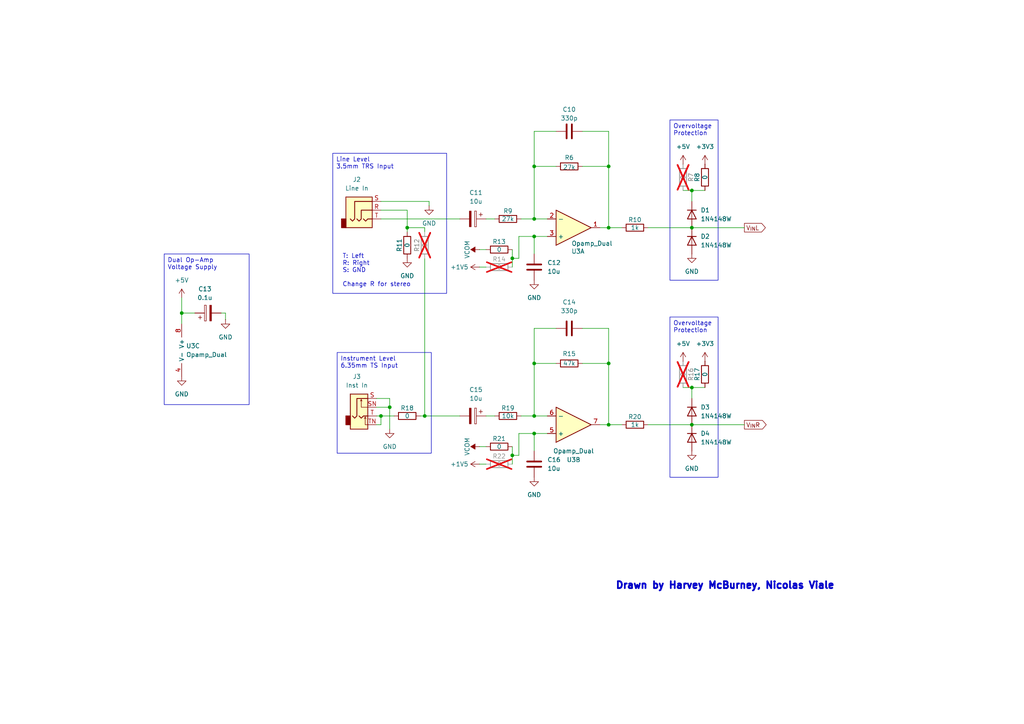
<source format=kicad_sch>
(kicad_sch (version 20250114) (generator "eeschema") (generator_version "9.0")
  (paper "A4")
  (title_block (title "Audio Input Buffer") (date "2025-02-12"))
  (lib_symbols
    (symbol "Connector_Audio:AudioJack2_Switch"
      (property "Reference" "J" (at 0 11.43 0))
      (property "Value" "AudioJack2_Switch" (at 0 8.89 0))
      (symbol "AudioJack2_Switch_0_1"
        (rectangle (start -2.54 0) (end -3.81 -2.54) (stroke (width 0.254)) (fill (type outline)))
        (rectangle (start 2.54 6.35) (end -2.54 -3.81) (stroke (width 0.254)) (fill (type background)))
      )
      (symbol "AudioJack2_Switch_1_1"
        (polyline (pts (xy 0 0) (xy 0.635 -0.635) (xy 1.27 0) (xy 2.54 0)) (stroke (width 0.254)))
        (polyline (pts (xy 0.635 4.826) (xy 0.889 4.318)))
        (polyline (pts (xy 1.778 -0.254) (xy 2.032 -0.762)))
        (polyline (pts (xy 2.54 5.08) (xy -0.635 5.08) (xy -0.635 0) (xy -1.27 -0.635) (xy -1.905 0)) (stroke (width 0.254)))
        (polyline (pts (xy 2.54 2.54) (xy 0.635 2.54) (xy 0.635 4.826) (xy 0.381 4.318)))
        (polyline (pts (xy 2.54 -2.54) (xy 1.778 -2.54) (xy 1.778 -0.254) (xy 1.524 -0.762)))
        (pin passive line (at 5.08 5.08 180) (length 2.54) (name "~") (number "S"))
        (pin passive line (at 5.08 2.54 180) (length 2.54) (name "~") (number "SN"))
        (pin passive line (at 5.08 0 180) (length 2.54) (name "~") (number "T"))
        (pin passive line (at 5.08 -2.54 180) (length 2.54) (name "~") (number "TN"))
      )
    )
    (symbol "Connector_Audio:AudioJack3"
      (property "Reference" "J" (at 0 8.89 0))
      (property "Value" "AudioJack3" (at 0 6.35 0))
      (symbol "AudioJack3_0_1"
        (rectangle (start -5.08 -5.08) (end -6.35 -2.54) (stroke (width 0.254)) (fill (type outline)))
        (polyline (pts (xy -1.905 -2.54) (xy -1.27 -3.175) (xy -0.635 -2.54) (xy -0.635 0) (xy 2.54 0)) (stroke (width 0.254)))
        (polyline (pts (xy 0 -2.54) (xy 0.635 -3.175) (xy 1.27 -2.54) (xy 2.54 -2.54)) (stroke (width 0.254)))
        (rectangle (start 2.54 3.81) (end -5.08 -5.08) (stroke (width 0.254)) (fill (type background)))
        (polyline (pts (xy 2.54 2.54) (xy -2.54 2.54) (xy -2.54 -2.54) (xy -3.175 -3.175) (xy -3.81 -2.54)) (stroke (width 0.254)))
      )
      (symbol "AudioJack3_1_1"
        (pin passive line (at 5.08 2.54 180) (length 2.54) (name "~") (number "S"))
        (pin passive line (at 5.08 0 180) (length 2.54) (name "~") (number "R"))
        (pin passive line (at 5.08 -2.54 180) (length 2.54) (name "~") (number "T"))
      )
    )
    (symbol "Device:C" (pin_numbers (hide yes)) (pin_names (offset 0.254))
      (property "Reference" "C" (at 0.635 2.54 0))
      (property "Value" "C" (at 0.635 -2.54 0))
      (symbol "C_0_1"
        (polyline (pts (xy -2.032 0.762) (xy 2.032 0.762)) (stroke (width 0.508)))
        (polyline (pts (xy -2.032 -0.762) (xy 2.032 -0.762)) (stroke (width 0.508)))
      )
      (symbol "C_1_1"
        (pin passive line (at 0 3.81 270) (length 2.794) (name "~") (number "1"))
        (pin passive line (at 0 -3.81 90) (length 2.794) (name "~") (number "2"))
      )
    )
    (symbol "Device:C_Polarized" (pin_numbers (hide yes)) (pin_names (offset 0.254))
      (property "Reference" "C" (at 0.635 2.54 0))
      (property "Value" "C_Polarized" (at 0.635 -2.54 0))
      (symbol "C_Polarized_0_1"
        (rectangle (start -2.286 0.508) (end 2.286 1.016))
        (polyline (pts (xy -1.778 2.286) (xy -0.762 2.286)))
        (polyline (pts (xy -1.27 2.794) (xy -1.27 1.778)))
        (rectangle (start 2.286 -0.508) (end -2.286 -1.016) (fill (type outline)))
      )
      (symbol "C_Polarized_1_1"
        (pin passive line (at 0 3.81 270) (length 2.794) (name "~") (number "1"))
        (pin passive line (at 0 -3.81 90) (length 2.794) (name "~") (number "2"))
      )
    )
    (symbol "Device:Opamp_Dual"
      (property "Reference" "U" (at 0 5.08 0))
      (property "Value" "Opamp_Dual" (at 0 -5.08 0))
      (symbol "Opamp_Dual_1_1"
        (polyline (pts (xy -5.08 5.08) (xy 5.08 0) (xy -5.08 -5.08) (xy -5.08 5.08)) (stroke (width 0.254)) (fill (type background)))
        (pin input line (at -7.62 2.54 0) (length 2.54) (name "+") (number "3"))
        (pin input line (at -7.62 -2.54 0) (length 2.54) (name "-") (number "2"))
        (pin output line (at 7.62 0 180) (length 2.54) (name "~") (number "1"))
      )
      (symbol "Opamp_Dual_2_1"
        (polyline (pts (xy -5.08 5.08) (xy 5.08 0) (xy -5.08 -5.08) (xy -5.08 5.08)) (stroke (width 0.254)) (fill (type background)))
        (pin input line (at -7.62 2.54 0) (length 2.54) (name "+") (number "5"))
        (pin input line (at -7.62 -2.54 0) (length 2.54) (name "-") (number "6"))
        (pin output line (at 7.62 0 180) (length 2.54) (name "~") (number "7"))
      )
      (symbol "Opamp_Dual_3_1"
        (pin power_in line (at -2.54 7.62 270) (length 3.81) (name "V+") (number "8"))
        (pin power_in line (at -2.54 -7.62 90) (length 3.81) (name "V-") (number "4"))
      )
    )
    (symbol "Device:R" (pin_numbers (hide yes)) (pin_names (offset 0))
      (property "Reference" "R" (at 2.032 0 90))
      (property "Value" "R" (at 0 0 90))
      (symbol "R_0_1"
        (rectangle (start -1.016 -2.54) (end 1.016 2.54) (stroke (width 0.254)))
      )
      (symbol "R_1_1"
        (pin passive line (at 0 3.81 270) (length 1.27) (name "~") (number "1"))
        (pin passive line (at 0 -3.81 90) (length 1.27) (name "~") (number "2"))
      )
    )
    (symbol "Diode:1N4148W" (pin_numbers (hide yes)) (pin_names (hide yes))
      (property "Reference" "D" (at 0 2.54 0))
      (property "Value" "1N4148W" (at 0 -2.54 0))
      (symbol "1N4148W_0_1"
        (polyline (pts (xy -1.27 1.27) (xy -1.27 -1.27)) (stroke (width 0.254)))
        (polyline (pts (xy 1.27 1.27) (xy 1.27 -1.27) (xy -1.27 0) (xy 1.27 1.27)) (stroke (width 0.254)))
        (polyline (pts (xy 1.27 0) (xy -1.27 0)))
      )
      (symbol "1N4148W_1_1"
        (pin passive line (at -3.81 0 0) (length 2.54) (name "K") (number "1"))
        (pin passive line (at 3.81 0 180) (length 2.54) (name "A") (number "2"))
      )
    )
    (symbol "R_1" (pin_numbers (hide yes)) (pin_names (offset 0))
      (property "Reference" "R38" (at 2.286 0 90))
      (property "Value" "0" (at 0 0 90))
      (property "whatever" "NO-POP" (at 4.191 0 90))
      (symbol "R_1_0_1"
        (rectangle (start -1.016 -2.54) (end 1.016 2.54) (stroke (width 0.254)))
      )
      (symbol "R_1_1_1"
        (pin passive line (at 0 3.81 270) (length 1.27) (name "~") (number "1"))
        (pin passive line (at 0 -3.81 90) (length 1.27) (name "~") (number "2"))
      )
    )
    (symbol "power:+1V5" (power) (pin_numbers (hide yes)) (pin_names (offset 0) (hide yes))
      (property "Value" "+1V5" (at 0 3.556 0))
      (symbol "+1V5_0_1"
        (polyline (pts (xy -0.762 1.27) (xy 0 2.54)))
        (polyline (pts (xy 0 2.54) (xy 0.762 1.27)))
        (polyline (pts (xy 0 0) (xy 0 2.54)))
      )
      (symbol "+1V5_1_1"
        (pin power_in line (at 0 0 90) (length 0) (name "~") (number "1"))
      )
    )
    (symbol "power:+3V3" (power) (pin_numbers (hide yes)) (pin_names (offset 0) (hide yes))
      (property "Value" "+3V3" (at 0 3.556 0))
      (symbol "+3V3_0_1"
        (polyline (pts (xy -0.762 1.27) (xy 0 2.54)))
        (polyline (pts (xy 0 2.54) (xy 0.762 1.27)))
        (polyline (pts (xy 0 0) (xy 0 2.54)))
      )
      (symbol "+3V3_1_1"
        (pin power_in line (at 0 0 90) (length 0) (name "~") (number "1"))
      )
    )
    (symbol "power:+5V" (power) (pin_numbers (hide yes)) (pin_names (offset 0) (hide yes))
      (property "Value" "+5V" (at 0 3.556 0))
      (symbol "+5V_0_1"
        (polyline (pts (xy -0.762 1.27) (xy 0 2.54)))
        (polyline (pts (xy 0 2.54) (xy 0.762 1.27)))
        (polyline (pts (xy 0 0) (xy 0 2.54)))
      )
      (symbol "+5V_1_1"
        (pin power_in line (at 0 0 90) (length 0) (name "~") (number "1"))
      )
    )
    (symbol "power:GND" (power) (pin_numbers (hide yes)) (pin_names (offset 0) (hide yes))
      (property "Value" "GND" (at 0 -3.81 0))
      (symbol "GND_0_1"
        (polyline (pts (xy 0 0) (xy 0 -1.27) (xy 1.27 -1.27) (xy 0 -2.54) (xy -1.27 -1.27) (xy 0 -1.27)))
      )
      (symbol "GND_1_1"
        (pin power_in line (at 0 0 270) (length 0) (name "~") (number "1"))
      )
    )
    (symbol "power:VCOM" (power) (pin_numbers (hide yes)) (pin_names (offset 0) (hide yes))
      (property "Value" "VCOM" (at 0 3.556 0))
      (symbol "VCOM_0_1"
        (polyline (pts (xy 0 0) (xy 0 2.54)))
        (polyline (pts (xy 0.762 1.27) (xy -0.762 1.27) (xy 0 2.54) (xy 0.762 1.27)) (fill (type outline)))
      )
      (symbol "VCOM_1_1"
        (pin power_in line (at 0 0 90) (length 0) (name "~") (number "1"))
      )
    )
  )
  (text "T: Left\nR: Right\nS: GND\n\nChange R for stereo" (at 99.314 78.486 0) (effects (font (size 1.27 1.27)) (justify left)))
  (text "Drawn by Harvey McBurney, Nicolas Viale" (at 210.312 169.926 0) (effects (font (size 2 2) (thickness 0.6) (bold yes))))
  (text_box "Dual Op-Amp\nVoltage Supply" (at 47.625 73.66 0) (size 24.638 43.688) (margins 0.9525 0.9525 0.9525 0.9525) (effects (font (size 1.27 1.27)) (justify left top)))
  (text_box "Overvoltage\nProtection\n" (at 194.31 91.948 0) (size 13.97 46.482) (margins 0.9525 0.9525 0.9525 0.9525) (effects (font (size 1.27 1.27)) (justify left top)))
  (text_box "Instrument Level\n6.35mm TS Input" (at 97.79 102.235 0) (size 27.305 29.21) (margins 0.9525 0.9525 0.9525 0.9525) (effects (font (size 1.27 1.27)) (justify left top)))
  (text_box "Line Level\n3.5mm TRS Input" (at 96.52 44.45 0) (size 33.02 40.64) (margins 0.9525 0.9525 0.9525 0.9525) (effects (font (size 1.27 1.27)) (justify left top)))
  (text_box "Overvoltage\nProtection\n" (at 194.31 34.798 0) (size 13.97 46.482) (margins 0.9525 0.9525 0.9525 0.9525) (effects (font (size 1.27 1.27)) (justify left top)))
  (junction (at 176.53 123.19))
  (junction (at 200.66 55.245))
  (junction (at 52.705 90.805))
  (junction (at 200.66 112.395))
  (junction (at 176.53 105.41))
  (junction (at 200.66 66.04))
  (junction (at 148.59 74.93))
  (junction (at 154.94 120.65))
  (junction (at 200.66 123.19))
  (junction (at 154.94 48.26))
  (junction (at 176.53 66.04))
  (junction (at 110.49 120.65))
  (junction (at 118.11 66.04))
  (junction (at 176.53 48.26))
  (junction (at 154.94 105.41))
  (junction (at 148.59 132.08))
  (junction (at 113.03 118.11))
  (junction (at 154.94 125.73))
  (junction (at 123.19 120.65))
  (junction (at 154.94 68.58))
  (junction (at 154.94 63.5))
  (wire (pts (xy 154.94 95.25) (xy 154.94 105.41)))
  (wire (pts (xy 150.495 68.58) (xy 154.94 68.58)))
  (wire (pts (xy 161.29 95.25) (xy 154.94 95.25)))
  (wire (pts (xy 109.22 120.65) (xy 110.49 120.65)))
  (wire (pts (xy 154.94 68.58) (xy 158.75 68.58)))
  (wire (pts (xy 110.49 120.65) (xy 114.3 120.65)))
  (wire (pts (xy 139.065 72.39) (xy 140.97 72.39)))
  (wire (pts (xy 113.03 118.11) (xy 109.22 118.11)))
  (wire (pts (xy 123.19 66.04) (xy 123.19 67.31)))
  (wire (pts (xy 154.94 63.5) (xy 158.75 63.5)))
  (wire (pts (xy 110.49 123.19) (xy 110.49 120.65)))
  (wire (pts (xy 200.66 112.395) (xy 204.47 112.395)))
  (wire (pts (xy 140.97 120.65) (xy 143.51 120.65)))
  (wire (pts (xy 176.53 66.04) (xy 180.34 66.04)))
  (wire (pts (xy 121.92 120.65) (xy 123.19 120.65)))
  (wire (pts (xy 176.53 105.41) (xy 176.53 123.19)))
  (wire (pts (xy 150.495 74.93) (xy 148.59 74.93)))
  (wire (pts (xy 150.495 132.08) (xy 148.59 132.08)))
  (wire (pts (xy 118.11 66.04) (xy 118.11 67.31)))
  (wire (pts (xy 176.53 48.26) (xy 176.53 66.04)))
  (wire (pts (xy 65.405 90.805) (xy 65.405 92.71)))
  (wire (pts (xy 110.49 58.42) (xy 124.46 58.42)))
  (wire (pts (xy 56.515 90.805) (xy 52.705 90.805)))
  (wire (pts (xy 173.99 66.04) (xy 176.53 66.04)))
  (wire (pts (xy 154.94 125.73) (xy 158.75 125.73)))
  (wire (pts (xy 198.12 55.245) (xy 200.66 55.245)))
  (wire (pts (xy 168.91 48.26) (xy 176.53 48.26)))
  (wire (pts (xy 168.91 105.41) (xy 176.53 105.41)))
  (wire (pts (xy 148.59 132.08) (xy 148.59 134.62)))
  (wire (pts (xy 151.13 63.5) (xy 154.94 63.5)))
  (wire (pts (xy 65.405 90.805) (xy 64.135 90.805)))
  (wire (pts (xy 109.22 123.19) (xy 110.49 123.19)))
  (wire (pts (xy 187.96 66.04) (xy 200.66 66.04)))
  (wire (pts (xy 154.94 48.26) (xy 154.94 63.5)))
  (wire (pts (xy 150.495 125.73) (xy 150.495 132.08)))
  (wire (pts (xy 154.94 125.73) (xy 154.94 130.81)))
  (wire (pts (xy 123.19 120.65) (xy 133.35 120.65)))
  (wire (pts (xy 139.065 134.62) (xy 140.97 134.62)))
  (wire (pts (xy 140.97 63.5) (xy 143.51 63.5)))
  (wire (pts (xy 198.12 112.395) (xy 200.66 112.395)))
  (wire (pts (xy 148.59 129.54) (xy 148.59 132.08)))
  (wire (pts (xy 150.495 68.58) (xy 150.495 74.93)))
  (wire (pts (xy 187.96 123.19) (xy 200.66 123.19)))
  (wire (pts (xy 124.46 58.42) (xy 124.46 59.69)))
  (wire (pts (xy 109.22 115.57) (xy 113.03 115.57)))
  (wire (pts (xy 154.94 120.65) (xy 158.75 120.65)))
  (wire (pts (xy 200.66 112.395) (xy 200.66 115.57)))
  (wire (pts (xy 154.94 68.58) (xy 154.94 73.66)))
  (wire (pts (xy 110.49 60.96) (xy 118.11 60.96)))
  (wire (pts (xy 118.11 66.04) (xy 123.19 66.04)))
  (wire (pts (xy 148.59 72.39) (xy 148.59 74.93)))
  (wire (pts (xy 113.03 115.57) (xy 113.03 118.11)))
  (wire (pts (xy 113.03 118.11) (xy 113.03 124.46)))
  (wire (pts (xy 118.11 60.96) (xy 118.11 66.04)))
  (wire (pts (xy 154.94 105.41) (xy 154.94 120.65)))
  (wire (pts (xy 200.66 55.245) (xy 204.47 55.245)))
  (wire (pts (xy 176.53 105.41) (xy 176.53 95.25)))
  (wire (pts (xy 139.065 77.47) (xy 140.97 77.47)))
  (wire (pts (xy 176.53 38.1) (xy 168.91 38.1)))
  (wire (pts (xy 154.94 125.73) (xy 150.495 125.73)))
  (wire (pts (xy 176.53 95.25) (xy 168.91 95.25)))
  (wire (pts (xy 110.49 63.5) (xy 133.35 63.5)))
  (wire (pts (xy 123.19 74.93) (xy 123.19 120.65)))
  (wire (pts (xy 176.53 48.26) (xy 176.53 38.1)))
  (wire (pts (xy 139.065 129.54) (xy 140.97 129.54)))
  (wire (pts (xy 161.29 105.41) (xy 154.94 105.41)))
  (wire (pts (xy 148.59 74.93) (xy 148.59 77.47)))
  (wire (pts (xy 52.705 90.805) (xy 52.705 93.98)))
  (wire (pts (xy 200.66 55.245) (xy 200.66 58.42)))
  (wire (pts (xy 52.705 86.36) (xy 52.705 90.805)))
  (wire (pts (xy 173.99 123.19) (xy 176.53 123.19)))
  (wire (pts (xy 151.13 120.65) (xy 154.94 120.65)))
  (wire (pts (xy 161.29 48.26) (xy 154.94 48.26)))
  (wire (pts (xy 176.53 123.19) (xy 180.34 123.19)))
  (wire (pts (xy 154.94 38.1) (xy 154.94 48.26)))
  (wire (pts (xy 200.66 66.04) (xy 215.9 66.04)))
  (wire (pts (xy 161.29 38.1) (xy 154.94 38.1)))
  (wire (pts (xy 200.66 123.19) (xy 215.9 123.19)))
  (global_label "V_{IN}L" (shape output) (at 215.9 66.04 0) (property "Intersheetrefs" "${INTERSHEET_REFS}" (effects (hide yes))))
  (global_label "V_{IN}R" (shape output) (at 215.9 123.19 0) (property "Intersheetrefs" "${INTERSHEET_REFS}" (effects (hide yes))))
  (symbol (lib_id "Device:R") (at 165.1 105.41 90) (unit 1)
    (property "Reference" "R15" (at 165.1 102.616 90))
    (property "Value" "47k" (at 165.1 105.41 90))
    (property "Footprint" "Resistor_SMD:R_0805_2012Metric_Pad1.20x1.40mm_HandSolder" (effects (hide yes)))
    (property "Description" "Resistor" (effects (hide yes)))
  )
  (symbol (lib_id "power:+3V3") (at 204.47 47.625 0) (unit 1)
    (property "Reference" "#PWR022" (effects (hide yes)))
    (property "Value" "+3V3" (at 204.47 42.545 0))
    (property "Description" "Power symbol creates a global label with name \"+3V3\"" (effects (hide yes)))
  )
  (symbol (lib_id "power:GND") (at 113.03 124.46 0) (unit 1)
    (property "Reference" "#PWR034" (effects (hide yes)))
    (property "Value" "GND" (at 113.03 129.54 0))
    (property "Description" "Power symbol creates a global label with name \"GND\" , ground" (effects (hide yes)))
  )
  (symbol (lib_id "Device:R") (at 204.47 51.435 180) (unit 1)
    (property "Reference" "R8" (at 202.184 51.435 90))
    (property "Value" "0" (at 204.47 51.435 90))
    (property "Footprint" "Resistor_SMD:R_0805_2012Metric_Pad1.20x1.40mm_HandSolder" (effects (hide yes)))
    (property "Description" "Resistor" (effects (hide yes)))
  )
  (symbol (lib_id "Device:R") (at 198.12 51.435 0) (unit 1) (dnp yes)
    (property "Reference" "R7" (at 200.406 51.435 90))
    (property "Value" "0" (at 198.12 51.435 90))
    (property "Footprint" "Resistor_SMD:R_0805_2012Metric_Pad1.20x1.40mm_HandSolder" (effects (hide yes)))
    (property "Description" "Resistor" (effects (hide yes)))
  )
  (symbol (lib_id "Device:C_Polarized") (at 137.16 63.5 270) (unit 1)
    (property "Reference" "C11" (at 138.049 55.88 90))
    (property "Value" "10u" (at 138.049 58.42 90))
    (property "Footprint" "Capacitor_SMD:CP_Elec_5x5.4" (effects (hide yes)))
    (property "Description" "Polarized capacitor" (effects (hide yes)))
  )
  (symbol (lib_id "Device:C_Polarized") (at 137.16 120.65 270) (unit 1)
    (property "Reference" "C15" (at 138.049 113.03 90))
    (property "Value" "10u" (at 138.049 115.57 90))
    (property "Footprint" "Capacitor_SMD:CP_Elec_5x5.4" (effects (hide yes)))
    (property "Description" "Polarized capacitor" (effects (hide yes)))
  )
  (symbol (lib_id "Diode:1N4148W") (at 200.66 127 270) (unit 1)
    (property "Reference" "D4" (at 203.2 125.7299 90) (effects (justify left)))
    (property "Value" "1N4148W" (at 203.2 128.2699 90) (effects (justify left)))
    (property "Footprint" "Diode_SMD:D_SOD-123" (effects (hide yes)))
    (property "Datasheet" "https://www.vishay.com/docs/85748/1n4148w.pdf" (effects (hide yes)))
    (property "Description" "75V 0.15A Fast Switching Diode, SOD-123" (effects (hide yes)))
    (property "Sim.Device" "D" (effects (hide yes)))
    (property "Sim.Pins" "1=K 2=A" (effects (hide yes)))
  )
  (symbol (lib_id "Device:R") (at 184.15 66.04 270) (unit 1)
    (property "Reference" "R10" (at 184.15 63.754 90))
    (property "Value" "1k" (at 184.15 66.04 90))
    (property "Footprint" "Resistor_SMD:R_0805_2012Metric_Pad1.20x1.40mm_HandSolder" (effects (hide yes)))
    (property "Description" "Resistor" (effects (hide yes)))
  )
  (symbol (lib_id "power:GND") (at 154.94 138.43 0) (unit 1)
    (property "Reference" "#PWR038" (effects (hide yes)))
    (property "Value" "GND" (at 154.94 143.51 0))
    (property "Description" "Power symbol creates a global label with name \"GND\" , ground" (effects (hide yes)))
  )
  (symbol (lib_id "Diode:1N4148W") (at 200.66 69.85 270) (unit 1)
    (property "Reference" "D2" (at 203.2 68.5799 90) (effects (justify left)))
    (property "Value" "1N4148W" (at 203.2 71.1199 90) (effects (justify left)))
    (property "Footprint" "Diode_SMD:D_SOD-123" (effects (hide yes)))
    (property "Datasheet" "https://www.vishay.com/docs/85748/1n4148w.pdf" (effects (hide yes)))
    (property "Description" "75V 0.15A Fast Switching Diode, SOD-123" (effects (hide yes)))
    (property "Sim.Device" "D" (effects (hide yes)))
    (property "Sim.Pins" "1=K 2=A" (effects (hide yes)))
  )
  (symbol (lib_id "power:VCOM") (at 139.065 72.39 90) (unit 1)
    (property "Reference" "#PWR024" (effects (hide yes)))
    (property "Value" "VCOM" (at 135.509 72.39 0))
    (property "Description" "Power symbol creates a global label with name \"VCOM\"" (effects (hide yes)))
  )
  (symbol (lib_id "power:VCOM") (at 139.065 129.54 90) (unit 1)
    (property "Reference" "#PWR035" (effects (hide yes)))
    (property "Value" "VCOM" (at 135.509 129.54 0))
    (property "Description" "Power symbol creates a global label with name \"VCOM\"" (effects (hide yes)))
  )
  (symbol (lib_id "Device:Opamp_Dual") (at 166.37 123.19 0) (mirror x) (unit 2)
    (property "Reference" "U3" (at 166.37 133.35 0))
    (property "Value" "Opamp_Dual" (at 166.37 130.81 0))
    (property "Footprint" "Package_DIP:DIP-8_W7.62mm_Socket" (effects (hide yes)))
    (property "Description" "Dual operational amplifier" (effects (hide yes)))
    (property "Sim.Library" "${KICAD7_SYMBOL_DIR}/Simulation_SPICE.sp" (effects (hide yes)))
    (property "Sim.Name" "kicad_builtin_opamp_dual" (effects (hide yes)))
    (property "Sim.Device" "SUBCKT" (effects (hide yes)))
    (property "Sim.Pins" "1=out1 2=in1- 3=in1+ 4=vee 5=in2+ 6=in2- 7=out2 8=vcc" (effects (hide yes)))
  )
  (symbol (lib_id "Device:R") (at 144.78 72.39 90) (unit 1)
    (property "Reference" "R13" (at 144.78 70.104 90))
    (property "Value" "0" (at 144.78 72.39 90))
    (property "Footprint" "Resistor_SMD:R_0805_2012Metric_Pad1.20x1.40mm_HandSolder" (effects (hide yes)))
    (property "Description" "Resistor" (effects (hide yes)))
  )
  (symbol (lib_id "power:+5V") (at 198.12 104.775 0) (unit 1)
    (property "Reference" "#PWR031" (effects (hide yes)))
    (property "Value" "+5V" (at 198.12 99.695 0))
    (property "Description" "Power symbol creates a global label with name \"+5V\"" (effects (hide yes)))
  )
  (symbol (lib_id "power:+3V3") (at 204.47 104.775 0) (unit 1)
    (property "Reference" "#PWR032" (effects (hide yes)))
    (property "Value" "+3V3" (at 204.47 99.695 0))
    (property "Description" "Power symbol creates a global label with name \"+3V3\"" (effects (hide yes)))
  )
  (symbol (lib_id "power:GND") (at 52.705 109.22 0) (unit 1)
    (property "Reference" "#PWR033" (effects (hide yes)))
    (property "Value" "GND" (at 52.705 114.3 0))
    (property "Description" "Power symbol creates a global label with name \"GND\" , ground" (effects (hide yes)))
  )
  (symbol (lib_id "Device:Opamp_Dual") (at 55.245 101.6 0) (unit 3)
    (property "Reference" "U3" (at 53.975 100.3299 0) (effects (justify left)))
    (property "Value" "Opamp_Dual" (at 53.975 102.8699 0) (effects (justify left)))
    (property "Footprint" "Package_DIP:DIP-8_W7.62mm_Socket" (effects (hide yes)))
    (property "Description" "Dual operational amplifier" (effects (hide yes)))
    (property "Sim.Library" "${KICAD7_SYMBOL_DIR}/Simulation_SPICE.sp" (effects (hide yes)))
    (property "Sim.Name" "kicad_builtin_opamp_dual" (effects (hide yes)))
    (property "Sim.Device" "SUBCKT" (effects (hide yes)))
    (property "Sim.Pins" "1=out1 2=in1- 3=in1+ 4=vee 5=in2+ 6=in2- 7=out2 8=vcc" (effects (hide yes)))
  )
  (symbol (lib_id "power:+5V") (at 198.12 47.625 0) (unit 1)
    (property "Reference" "#PWR021" (effects (hide yes)))
    (property "Value" "+5V" (at 198.12 42.545 0))
    (property "Description" "Power symbol creates a global label with name \"+5V\"" (effects (hide yes)))
  )
  (symbol (lib_id "power:GND") (at 65.405 92.71 0) (unit 1)
    (property "Reference" "#PWR030" (effects (hide yes)))
    (property "Value" "GND" (at 65.405 97.79 0))
    (property "Description" "Power symbol creates a global label with name \"GND\" , ground" (effects (hide yes)))
  )
  (symbol (lib_id "Connector_Audio:AudioJack3") (at 105.41 60.96 0) (unit 1)
    (property "Reference" "J2" (at 103.505 52.07 0))
    (property "Value" "Line In" (at 103.505 54.61 0))
    (property "Footprint" "Connector_Audio:Jack_3.5mm_CUI_SJ1-3523N_Horizontal" (effects (hide yes)))
    (property "Description" "Audio Jack, 3 Poles (Stereo / TRS)" (effects (hide yes)))
  )
  (symbol (lib_id "Device:C") (at 154.94 134.62 0) (unit 1)
    (property "Reference" "C16" (at 158.75 133.3499 0) (effects (justify left)))
    (property "Value" "10u" (at 158.75 135.8899 0) (effects (justify left)))
    (property "Footprint" "Capacitor_SMD:CP_Elec_5x5.4" (effects (hide yes)))
    (property "Description" "Unpolarized capacitor" (effects (hide yes)))
  )
  (symbol (lib_id "power:+1V5") (at 139.065 77.47 90) (unit 1)
    (property "Reference" "#PWR027" (effects (hide yes)))
    (property "Value" "+1V5" (at 135.89 77.4699 90) (effects (justify left)))
    (property "Description" "Power symbol creates a global label with name \"+1V5\"" (effects (hide yes)))
  )
  (symbol (lib_id "Device:R") (at 198.12 108.585 0) (unit 1) (dnp yes)
    (property "Reference" "R16" (at 200.406 108.585 90))
    (property "Value" "0" (at 198.12 108.585 90))
    (property "Footprint" "Resistor_SMD:R_0805_2012Metric_Pad1.20x1.40mm_HandSolder" (effects (hide yes)))
    (property "Description" "Resistor" (effects (hide yes)))
  )
  (symbol (lib_id "power:+1V5") (at 139.065 134.62 90) (unit 1)
    (property "Reference" "#PWR037" (effects (hide yes)))
    (property "Value" "+1V5" (at 135.89 134.6199 90) (effects (justify left)))
    (property "Description" "Power symbol creates a global label with name \"+1V5\"" (effects (hide yes)))
  )
  (symbol (lib_id "Device:C") (at 165.1 95.25 90) (unit 1)
    (property "Reference" "C14" (at 165.1 87.63 90))
    (property "Value" "330p" (at 165.1 90.17 90))
    (property "Footprint" "Capacitor_SMD:C_0805_2012Metric_Pad1.18x1.45mm_HandSolder" (effects (hide yes)))
    (property "Description" "Unpolarized capacitor" (effects (hide yes)))
  )
  (symbol (lib_id "Device:R") (at 147.32 63.5 90) (unit 1)
    (property "Reference" "R9" (at 147.32 61.214 90))
    (property "Value" "27k" (at 147.32 63.5 90))
    (property "Footprint" "Resistor_SMD:R_0805_2012Metric_Pad1.20x1.40mm_HandSolder" (effects (hide yes)))
    (property "Description" "Resistor" (effects (hide yes)))
  )
  (symbol (lib_id "Device:R") (at 184.15 123.19 270) (unit 1)
    (property "Reference" "R20" (at 184.15 120.904 90))
    (property "Value" "1k" (at 184.15 123.19 90))
    (property "Footprint" "Resistor_SMD:R_0805_2012Metric_Pad1.20x1.40mm_HandSolder" (effects (hide yes)))
    (property "Description" "Resistor" (effects (hide yes)))
  )
  (symbol (lib_id "Device:R") (at 123.19 71.12 0) (mirror y) (unit 1) (dnp yes)
    (property "Reference" "R12" (at 120.904 71.12 90))
    (property "Value" "0" (at 123.19 71.12 90))
    (property "Footprint" "Resistor_SMD:R_0805_2012Metric_Pad1.20x1.40mm_HandSolder" (effects (hide yes)))
    (property "Description" "Resistor" (effects (hide yes)))
  )
  (symbol (lib_id "Device:R") (at 204.47 108.585 180) (unit 1)
    (property "Reference" "R17" (at 202.184 108.585 90))
    (property "Value" "0" (at 204.47 108.585 90))
    (property "Footprint" "Resistor_SMD:R_0805_2012Metric_Pad1.20x1.40mm_HandSolder" (effects (hide yes)))
    (property "Description" "Resistor" (effects (hide yes)))
  )
  (symbol (lib_id "Device:C") (at 165.1 38.1 90) (unit 1)
    (property "Reference" "C10" (at 165.1 31.75 90))
    (property "Value" "330p" (at 165.1 34.29 90))
    (property "Footprint" "Capacitor_SMD:C_0805_2012Metric_Pad1.18x1.45mm_HandSolder" (effects (hide yes)))
    (property "Description" "Unpolarized capacitor" (effects (hide yes)))
  )
  (symbol (lib_id "Diode:1N4148W") (at 200.66 62.23 270) (unit 1)
    (property "Reference" "D1" (at 203.2 60.9599 90) (effects (justify left)))
    (property "Value" "1N4148W" (at 203.2 63.4999 90) (effects (justify left)))
    (property "Footprint" "Diode_SMD:D_SOD-123" (effects (hide yes)))
    (property "Datasheet" "https://www.vishay.com/docs/85748/1n4148w.pdf" (effects (hide yes)))
    (property "Description" "75V 0.15A Fast Switching Diode, SOD-123" (effects (hide yes)))
    (property "Sim.Device" "D" (effects (hide yes)))
    (property "Sim.Pins" "1=K 2=A" (effects (hide yes)))
  )
  (symbol (lib_id "power:GND") (at 200.66 130.81 0) (unit 1)
    (property "Reference" "#PWR036" (effects (hide yes)))
    (property "Value" "GND" (at 200.66 135.89 0))
    (property "Description" "Power symbol creates a global label with name \"GND\" , ground" (effects (hide yes)))
  )
  (symbol (lib_name "R_1") (lib_id "Device:R") (at 144.78 129.54 90) (unit 1)
    (property "Reference" "R21" (at 144.78 127.254 90))
    (property "Value" "0" (at 144.78 129.54 90))
    (property "Footprint" "Resistor_SMD:R_0805_2012Metric_Pad1.20x1.40mm_HandSolder" (effects (hide yes)))
    (property "Description" "Resistor" (effects (hide yes)))
  )
  (symbol (lib_id "power:GND") (at 118.11 74.93 0) (unit 1)
    (property "Reference" "#PWR026" (effects (hide yes)))
    (property "Value" "GND" (at 118.11 80.01 0))
    (property "Description" "Power symbol creates a global label with name \"GND\" , ground" (effects (hide yes)))
  )
  (symbol (lib_id "Device:R") (at 144.78 77.47 90) (unit 1) (dnp yes)
    (property "Reference" "R14" (at 144.78 75.184 90))
    (property "Value" "0" (at 144.78 77.47 90))
    (property "Footprint" "Resistor_SMD:R_0805_2012Metric_Pad1.20x1.40mm_HandSolder" (effects (hide yes)))
    (property "Description" "Resistor" (effects (hide yes)))
  )
  (symbol (lib_id "Device:C") (at 154.94 77.47 0) (unit 1)
    (property "Reference" "C12" (at 158.75 76.1999 0) (effects (justify left)))
    (property "Value" "10u" (at 158.75 78.7399 0) (effects (justify left)))
    (property "Footprint" "Capacitor_SMD:CP_Elec_5x5.4" (effects (hide yes)))
    (property "Description" "Unpolarized capacitor" (effects (hide yes)))
  )
  (symbol (lib_id "Device:R") (at 118.11 120.65 90) (unit 1)
    (property "Reference" "R18" (at 118.11 118.364 90))
    (property "Value" "0" (at 118.11 120.65 90))
    (property "Footprint" "Resistor_SMD:R_0805_2012Metric_Pad1.20x1.40mm_HandSolder" (effects (hide yes)))
    (property "Description" "Resistor" (effects (hide yes)))
  )
  (symbol (lib_id "power:+5V") (at 52.705 86.36 0) (unit 1)
    (property "Reference" "#PWR029" (effects (hide yes)))
    (property "Value" "+5V" (at 52.705 81.28 0))
    (property "Description" "Power symbol creates a global label with name \"+5V\"" (effects (hide yes)))
  )
  (symbol (lib_id "Device:C_Polarized") (at 60.325 90.805 90) (unit 1)
    (property "Reference" "C13" (at 59.436 83.82 90))
    (property "Value" "0.1u" (at 59.436 86.36 90))
    (property "Footprint" "Capacitor_SMD:C_0805_2012Metric_Pad1.18x1.45mm_HandSolder" (effects (hide yes)))
    (property "Description" "Polarized capacitor" (effects (hide yes)))
  )
  (symbol (lib_id "Diode:1N4148W") (at 200.66 119.38 270) (unit 1)
    (property "Reference" "D3" (at 203.2 118.1099 90) (effects (justify left)))
    (property "Value" "1N4148W" (at 203.2 120.6499 90) (effects (justify left)))
    (property "Footprint" "Diode_SMD:D_SOD-123" (effects (hide yes)))
    (property "Datasheet" "https://www.vishay.com/docs/85748/1n4148w.pdf" (effects (hide yes)))
    (property "Description" "75V 0.15A Fast Switching Diode, SOD-123" (effects (hide yes)))
    (property "Sim.Device" "D" (effects (hide yes)))
    (property "Sim.Pins" "1=K 2=A" (effects (hide yes)))
  )
  (symbol (lib_id "Connector_Audio:AudioJack2_Switch") (at 104.14 120.65 0) (unit 1)
    (property "Reference" "J3" (at 103.505 109.22 0))
    (property "Value" "Inst In" (at 103.505 111.76 0))
    (property "Footprint" "Connector_Audio:Jack_6.35mm_Neutrik_NMJ4HHD2_Horizontal" (effects (hide yes)))
    (property "Description" "Audio Jack, 2 Poles (Mono / TS), Switched Pole (Normalling)" (effects (hide yes)))
  )
  (symbol (lib_id "Device:R") (at 147.32 120.65 90) (unit 1)
    (property "Reference" "R19" (at 147.32 118.364 90))
    (property "Value" "10k" (at 147.32 120.65 90))
    (property "Footprint" "Resistor_SMD:R_0805_2012Metric_Pad1.20x1.40mm_HandSolder" (effects (hide yes)))
    (property "Description" "Resistor" (effects (hide yes)))
  )
  (symbol (lib_id "power:GND") (at 200.66 73.66 0) (unit 1)
    (property "Reference" "#PWR025" (effects (hide yes)))
    (property "Value" "GND" (at 200.66 78.74 0))
    (property "Description" "Power symbol creates a global label with name \"GND\" , ground" (effects (hide yes)))
  )
  (symbol (lib_id "Device:R") (at 144.78 134.62 90) (unit 1) (dnp yes)
    (property "Reference" "R22" (at 144.78 132.334 90))
    (property "Value" "0" (at 144.78 134.62 90))
    (property "Footprint" "Resistor_SMD:R_0805_2012Metric_Pad1.20x1.40mm_HandSolder" (effects (hide yes)))
    (property "Description" "Resistor" (effects (hide yes)))
  )
  (symbol (lib_id "power:GND") (at 124.46 59.69 0) (unit 1)
    (property "Reference" "#PWR023" (effects (hide yes)))
    (property "Value" "GND" (at 124.46 64.77 0))
    (property "Description" "Power symbol creates a global label with name \"GND\" , ground" (effects (hide yes)))
  )
  (symbol (lib_id "Device:R") (at 118.11 71.12 0) (mirror y) (unit 1)
    (property "Reference" "R11" (at 115.824 71.12 90))
    (property "Value" "0" (at 118.11 71.12 90))
    (property "Footprint" "Resistor_SMD:R_0805_2012Metric_Pad1.20x1.40mm_HandSolder" (effects (hide yes)))
    (property "Description" "Resistor" (effects (hide yes)))
  )
  (symbol (lib_id "Device:R") (at 165.1 48.26 90) (unit 1)
    (property "Reference" "R6" (at 165.1 45.72 90))
    (property "Value" "27k" (at 165.1 48.514 90))
    (property "Footprint" "Resistor_SMD:R_0805_2012Metric_Pad1.20x1.40mm_HandSolder" (effects (hide yes)))
    (property "Description" "Resistor" (effects (hide yes)))
  )
  (symbol (lib_id "Device:Opamp_Dual") (at 166.37 66.04 0) (mirror x) (unit 1)
    (property "Reference" "U3" (at 167.64 72.898 0))
    (property "Value" "Opamp_Dual" (at 171.704 70.612 0))
    (property "Footprint" "Package_DIP:DIP-8_W7.62mm_Socket" (effects (hide yes)))
    (property "Description" "Dual operational amplifier" (effects (hide yes)))
    (property "Sim.Library" "${KICAD7_SYMBOL_DIR}/Simulation_SPICE.sp" (effects (hide yes)))
    (property "Sim.Name" "kicad_builtin_opamp_dual" (effects (hide yes)))
    (property "Sim.Device" "SUBCKT" (effects (hide yes)))
    (property "Sim.Pins" "1=out1 2=in1- 3=in1+ 4=vee 5=in2+ 6=in2- 7=out2 8=vcc" (effects (hide yes)))
  )
  (symbol (lib_id "power:GND") (at 154.94 81.28 0) (unit 1)
    (property "Reference" "#PWR028" (effects (hide yes)))
    (property "Value" "GND" (at 154.94 86.36 0))
    (property "Description" "Power symbol creates a global label with name \"GND\" , ground" (effects (hide yes)))
  )
)
</source>
